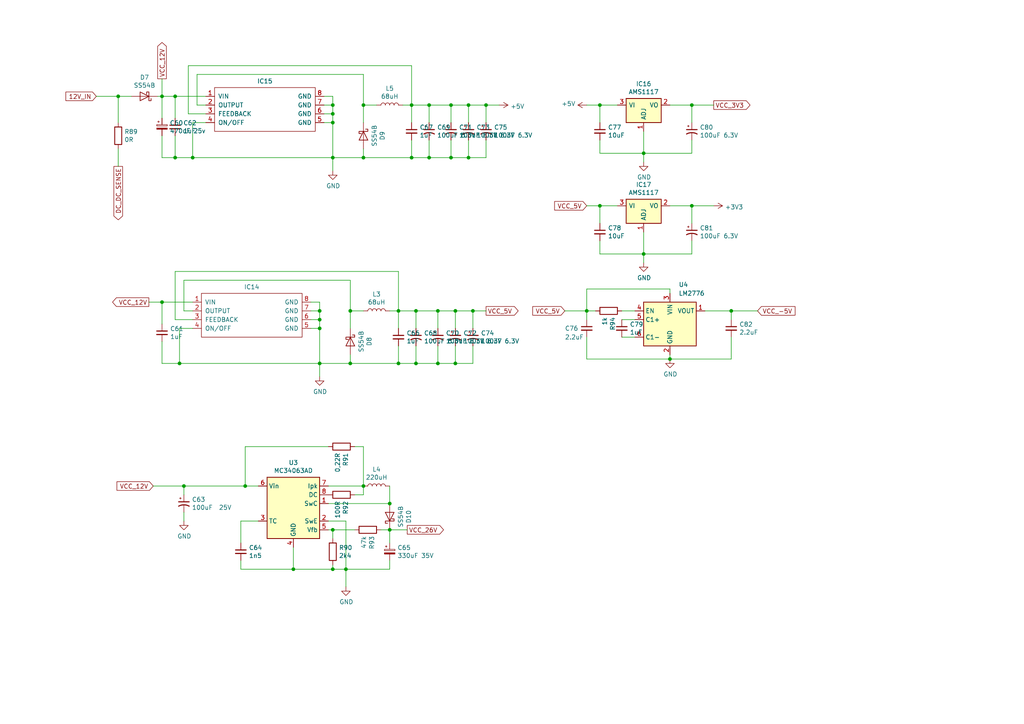
<source format=kicad_sch>
(kicad_sch (version 20211123) (generator eeschema)
  (paper "A4")
  (lib_symbols
    (symbol "auris-rescue:+3.3V-power" (power) (pin_names (offset 0))
      (property "Value" "+3.3V-power" (at 0 3.556 0))
      (symbol "+3.3V-power_0_1"
        (polyline (pts (xy -0.762 1.27) (xy 0 2.54)))
        (polyline (pts (xy 0 0) (xy 0 2.54)))
        (polyline (pts (xy 0 2.54) (xy 0.762 1.27)))
      )
      (symbol "+3.3V-power_1_1"
        (pin power_in line (at 0 0 90) (length 0) hide (name "+3V3") (number "1"))
      )
    )
    (symbol "auris-rescue:AMS1117-Regulator_Linear" (pin_names (offset 0.762))
      (property "Reference" "U" (at -3.81 3.175 0))
      (property "Value" "AMS1117-Regulator_Linear" (at 0 3.175 0))
      (symbol "AMS1117-Regulator_Linear_0_1"
        (rectangle (start -5.08 -5.08) (end 5.08 1.905) (stroke (width 0.254)) (fill (type background)))
      )
      (symbol "AMS1117-Regulator_Linear_1_1"
        (pin input line (at 0 -7.62 90) (length 2.54) (name "ADJ") (number "1"))
        (pin power_out line (at 7.62 0 180) (length 2.54) (name "VO") (number "2"))
        (pin power_in line (at -7.62 0 0) (length 2.54) (name "VI") (number "3"))
      )
    )
    (symbol "auris-rescue:CP1_Small-Device" (pin_numbers hide) (pin_names (offset 0.254) hide)
      (property "Reference" "C" (at 0.254 1.778 0))
      (property "Value" "CP1_Small-Device" (at 0.254 -2.032 0))
      (symbol "CP1_Small-Device_0_1"
        (polyline (pts (xy -1.524 0.508) (xy 1.524 0.508)) (stroke (width 0.3048)))
        (polyline (pts (xy -1.27 1.524) (xy -0.762 1.524)))
        (polyline (pts (xy -1.016 1.27) (xy -1.016 1.778)))
        (arc (start 1.524 -0.762) (mid 0 -0.3734) (end -1.524 -0.762) (stroke (width 0.3048)))
      )
      (symbol "CP1_Small-Device_1_1"
        (pin passive line (at 0 2.54 270) (length 2.032) (name "~") (number "1"))
        (pin passive line (at 0 -2.54 90) (length 2.032) (name "~") (number "2"))
      )
    )
    (symbol "auris-rescue:CP_Small-Device" (pin_numbers hide) (pin_names (offset 0.254) hide)
      (property "Reference" "C" (at 0.254 1.778 0))
      (property "Value" "CP_Small-Device" (at 0.254 -2.032 0))
      (symbol "CP_Small-Device_0_1"
        (rectangle (start -1.524 -0.3048) (end 1.524 -0.6858) (fill (type outline)))
        (rectangle (start -1.524 0.6858) (end 1.524 0.3048))
        (polyline (pts (xy -1.27 1.524) (xy -0.762 1.524)))
        (polyline (pts (xy -1.016 1.27) (xy -1.016 1.778)))
      )
      (symbol "CP_Small-Device_1_1"
        (pin passive line (at 0 2.54 270) (length 1.8542) (name "~") (number "1"))
        (pin passive line (at 0 -2.54 90) (length 1.8542) (name "~") (number "2"))
      )
    )
    (symbol "auris-rescue:C_Small-Device" (pin_numbers hide) (pin_names (offset 0.254) hide)
      (property "Reference" "C" (at 0.254 1.778 0))
      (property "Value" "C_Small-Device" (at 0.254 -2.032 0))
      (symbol "C_Small-Device_0_1"
        (polyline (pts (xy -1.524 -0.508) (xy 1.524 -0.508)) (stroke (width 0.3302)))
        (polyline (pts (xy -1.524 0.508) (xy 1.524 0.508)) (stroke (width 0.3048)))
      )
      (symbol "C_Small-Device_1_1"
        (pin passive line (at 0 2.54 270) (length 2.032) (name "~") (number "1"))
        (pin passive line (at 0 -2.54 90) (length 2.032) (name "~") (number "2"))
      )
    )
    (symbol "auris-rescue:D_Schottky-Device" (pin_numbers hide) (pin_names (offset 1.016) hide)
      (property "Reference" "D" (at 0 2.54 0))
      (property "Value" "D_Schottky-Device" (at 0 -2.54 0))
      (symbol "D_Schottky-Device_0_1"
        (polyline (pts (xy 1.27 0) (xy -1.27 0)))
        (polyline (pts (xy 1.27 1.27) (xy 1.27 -1.27) (xy -1.27 0) (xy 1.27 1.27)) (stroke (width 0.2032)))
        (polyline (pts (xy -1.905 0.635) (xy -1.905 1.27) (xy -1.27 1.27) (xy -1.27 -1.27) (xy -0.635 -1.27) (xy -0.635 -0.635)) (stroke (width 0.2032)))
      )
      (symbol "D_Schottky-Device_1_1"
        (pin passive line (at -3.81 0 0) (length 2.54) (name "K") (number "1"))
        (pin passive line (at 3.81 0 180) (length 2.54) (name "A") (number "2"))
      )
    )
    (symbol "auris-rescue:GND-power" (power) (pin_names (offset 0))
      (property "Value" "GND-power" (at 0 -3.81 0))
      (symbol "GND-power_0_1"
        (polyline (pts (xy 0 0) (xy 0 -1.27) (xy 1.27 -1.27) (xy 0 -2.54) (xy -1.27 -1.27) (xy 0 -1.27)))
      )
      (symbol "GND-power_1_1"
        (pin power_in line (at 0 0 270) (length 0) hide (name "GND") (number "1"))
      )
    )
    (symbol "auris-rescue:L-Device" (pin_numbers hide) (pin_names (offset 1.016) hide)
      (property "Reference" "L" (at -1.27 0 90))
      (property "Value" "L-Device" (at 1.905 0 90))
      (symbol "L-Device_0_1"
        (arc (start 0 -2.54) (mid 0.635 -1.905) (end 0 -1.27))
        (arc (start 0 -1.27) (mid 0.635 -0.635) (end 0 0))
        (arc (start 0 0) (mid 0.635 0.635) (end 0 1.27))
        (arc (start 0 1.27) (mid 0.635 1.905) (end 0 2.54))
      )
      (symbol "L-Device_1_1"
        (pin passive line (at 0 3.81 270) (length 1.27) (name "1") (number "1"))
        (pin passive line (at 0 -3.81 90) (length 1.27) (name "2") (number "2"))
      )
    )
    (symbol "auris-rescue:LM2776-Regulator_SwitchedCapacitor"
      (property "Reference" "U" (at -6.35 6.35 0))
      (property "Value" "LM2776-Regulator_SwitchedCapacitor" (at 1.27 6.35 0))
      (symbol "LM2776-Regulator_SwitchedCapacitor_0_1"
        (rectangle (start -7.62 5.08) (end 7.62 -7.62) (stroke (width 0.254)) (fill (type background)))
      )
      (symbol "LM2776-Regulator_SwitchedCapacitor_1_1"
        (pin power_out line (at 10.16 2.54 180) (length 2.54) (name "VOUT") (number "1"))
        (pin power_in line (at 0 -10.16 90) (length 2.54) (name "GND") (number "2"))
        (pin power_in line (at 0 7.62 270) (length 2.54) (name "VIN") (number "3"))
        (pin input line (at -10.16 2.54 0) (length 2.54) (name "EN") (number "4"))
        (pin passive line (at -10.16 0 0) (length 2.54) (name "C1+") (number "5"))
        (pin passive line (at -10.16 -5.08 0) (length 2.54) (name "C1-") (number "6"))
      )
    )
    (symbol "auris-rescue:MC34063AD-Regulator_Switching"
      (property "Reference" "U" (at -7.62 8.89 0))
      (property "Value" "MC34063AD-Regulator_Switching" (at 0 8.89 0))
      (symbol "MC34063AD-Regulator_Switching_0_1"
        (rectangle (start -7.62 7.62) (end 7.62 -10.16) (stroke (width 0.254)) (fill (type background)))
      )
      (symbol "MC34063AD-Regulator_Switching_1_1"
        (pin open_collector line (at 10.16 0 180) (length 2.54) (name "SwC") (number "1"))
        (pin open_emitter line (at 10.16 -5.08 180) (length 2.54) (name "SwE") (number "2"))
        (pin passive line (at -10.16 -5.08 0) (length 2.54) (name "TC") (number "3"))
        (pin power_in line (at 0 -12.7 90) (length 2.54) (name "GND") (number "4"))
        (pin input line (at 10.16 -7.62 180) (length 2.54) (name "Vfb") (number "5"))
        (pin power_in line (at -10.16 5.08 0) (length 2.54) (name "Vin") (number "6"))
        (pin input line (at 10.16 5.08 180) (length 2.54) (name "Ipk") (number "7"))
        (pin open_collector line (at 10.16 2.54 180) (length 2.54) (name "DC") (number "8"))
      )
    )
    (symbol "auris-rescue:R-Device" (pin_numbers hide) (pin_names (offset 0))
      (property "Reference" "R" (at 2.032 0 90))
      (property "Value" "R-Device" (at 0 0 90))
      (symbol "R-Device_0_1"
        (rectangle (start -1.016 -2.54) (end 1.016 2.54) (stroke (width 0.254)))
      )
      (symbol "R-Device_1_1"
        (pin passive line (at 0 3.81 270) (length 1.27) (name "~") (number "1"))
        (pin passive line (at 0 -3.81 90) (length 1.27) (name "~") (number "2"))
      )
    )
    (symbol "power:+5V" (power) (pin_names (offset 0))
      (property "Value" "+5V" (at 0 3.556 0))
      (symbol "+5V_0_1"
        (polyline (pts (xy -0.762 1.27) (xy 0 2.54)))
        (polyline (pts (xy 0 0) (xy 0 2.54)))
        (polyline (pts (xy 0 2.54) (xy 0.762 1.27)))
      )
      (symbol "+5V_1_1"
        (pin power_in line (at 0 0 90) (length 0) hide (name "+5V") (number "1"))
      )
    )
    (symbol "xl1509-5.0:XL1509-5.0" (pin_names (offset 1.016))
      (property "Reference" "IC" (at 0 0 0))
      (symbol "XL1509-5.0_0_1"
        (rectangle (start 22.86 2.54) (end -6.35 15.24))
      )
      (symbol "XL1509-5.0_1_1"
        (pin power_in line (at -8.89 12.7 0) (length 2.54) (name "VIN") (number "1"))
        (pin output line (at -8.89 10.16 0) (length 2.54) (name "OUTPUT") (number "2"))
        (pin input line (at -8.89 7.62 0) (length 2.54) (name "FEEDBACK") (number "3"))
        (pin input line (at -8.89 5.08 0) (length 2.54) (name "ON/OFF") (number "4"))
        (pin input line (at 25.4 5.08 180) (length 2.54) (name "GND") (number "5"))
        (pin input line (at 25.4 7.62 180) (length 2.54) (name "GND") (number "6"))
        (pin input line (at 25.4 10.16 180) (length 2.54) (name "GND") (number "7"))
        (pin input line (at 25.4 12.7 180) (length 2.54) (name "GND") (number "8"))
      )
    )
  )
  (junction (at 186.69 73.66))
  (junction (at 173.99 59.69))
  (junction (at 105.41 140.97))
  (junction (at 92.71 95.25))
  (junction (at 137.16 90.17))
  (junction (at 34.29 27.94))
  (junction (at 119.38 30.48))
  (junction (at 96.52 165.1))
  (junction (at 212.09 90.17))
  (junction (at 127 105.41))
  (junction (at 101.6 90.17))
  (junction (at 50.8 45.72))
  (junction (at 71.12 140.97))
  (junction (at 124.46 45.72))
  (junction (at 46.99 87.63))
  (junction (at 96.52 35.56))
  (junction (at 135.89 45.72))
  (junction (at 170.18 90.17))
  (junction (at 194.31 104.14))
  (junction (at 52.07 105.41))
  (junction (at 92.71 105.41))
  (junction (at 132.08 90.17))
  (junction (at 101.6 105.41))
  (junction (at 105.41 30.48))
  (junction (at 96.52 33.02))
  (junction (at 119.38 45.72))
  (junction (at 120.65 90.17))
  (junction (at 85.09 165.1))
  (junction (at 115.57 105.41))
  (junction (at 53.34 140.97))
  (junction (at 92.71 92.71))
  (junction (at 124.46 30.48))
  (junction (at 200.66 59.69))
  (junction (at 96.52 45.72))
  (junction (at 113.03 146.05))
  (junction (at 135.89 30.48))
  (junction (at 130.81 45.72))
  (junction (at 186.69 44.45))
  (junction (at 50.8 27.94))
  (junction (at 113.03 153.67))
  (junction (at 173.99 30.48))
  (junction (at 55.88 45.72))
  (junction (at 130.81 30.48))
  (junction (at 127 90.17))
  (junction (at 100.33 165.1))
  (junction (at 46.99 27.94))
  (junction (at 96.52 153.67))
  (junction (at 140.97 30.48))
  (junction (at 105.41 45.72))
  (junction (at 96.52 30.48))
  (junction (at 115.57 90.17))
  (junction (at 120.65 105.41))
  (junction (at 200.66 30.48))
  (junction (at 132.08 105.41))
  (junction (at 92.71 90.17))
  (wire (pts (xy 109.22 30.48) (xy 105.41 30.48)))
  (wire (pts (xy 55.88 90.17) (xy 53.34 90.17)))
  (wire (pts (xy 120.65 100.33) (xy 120.65 105.41)))
  (wire (pts (xy 115.57 78.74) (xy 115.57 90.17)))
  (wire (pts (xy 130.81 30.48) (xy 135.89 30.48)))
  (wire (pts (xy 105.41 30.48) (xy 105.41 35.56)))
  (wire (pts (xy 100.33 165.1) (xy 96.52 165.1)))
  (wire (pts (xy 54.61 19.05) (xy 119.38 19.05)))
  (wire (pts (xy 194.31 85.09) (xy 194.31 83.82)))
  (wire (pts (xy 96.52 163.83) (xy 96.52 165.1)))
  (wire (pts (xy 130.81 40.64) (xy 130.81 45.72)))
  (wire (pts (xy 93.98 27.94) (xy 96.52 27.94)))
  (wire (pts (xy 194.31 30.48) (xy 200.66 30.48)))
  (wire (pts (xy 184.15 97.79) (xy 180.34 97.79)))
  (wire (pts (xy 95.25 146.05) (xy 113.03 146.05)))
  (wire (pts (xy 85.09 165.1) (xy 85.09 158.75)))
  (wire (pts (xy 52.07 95.25) (xy 52.07 105.41)))
  (wire (pts (xy 127 90.17) (xy 127 95.25)))
  (wire (pts (xy 200.66 30.48) (xy 200.66 35.56)))
  (wire (pts (xy 186.69 44.45) (xy 186.69 46.99)))
  (wire (pts (xy 52.07 105.41) (xy 92.71 105.41)))
  (wire (pts (xy 95.25 151.13) (xy 100.33 151.13)))
  (wire (pts (xy 102.87 153.67) (xy 96.52 153.67)))
  (wire (pts (xy 71.12 140.97) (xy 53.34 140.97)))
  (wire (pts (xy 200.66 44.45) (xy 186.69 44.45)))
  (wire (pts (xy 53.34 81.28) (xy 101.6 81.28)))
  (wire (pts (xy 93.98 30.48) (xy 96.52 30.48)))
  (wire (pts (xy 69.85 162.56) (xy 69.85 165.1)))
  (wire (pts (xy 130.81 30.48) (xy 130.81 35.56)))
  (wire (pts (xy 105.41 43.18) (xy 105.41 45.72)))
  (wire (pts (xy 100.33 165.1) (xy 100.33 170.18)))
  (wire (pts (xy 105.41 129.54) (xy 105.41 140.97)))
  (wire (pts (xy 50.8 78.74) (xy 115.57 78.74)))
  (wire (pts (xy 100.33 151.13) (xy 100.33 165.1)))
  (wire (pts (xy 212.09 90.17) (xy 219.71 90.17)))
  (wire (pts (xy 71.12 140.97) (xy 71.12 129.54)))
  (wire (pts (xy 57.15 30.48) (xy 57.15 21.59)))
  (wire (pts (xy 105.41 143.51) (xy 105.41 140.97)))
  (wire (pts (xy 120.65 105.41) (xy 127 105.41)))
  (wire (pts (xy 101.6 81.28) (xy 101.6 90.17)))
  (wire (pts (xy 194.31 59.69) (xy 200.66 59.69)))
  (wire (pts (xy 120.65 90.17) (xy 120.65 95.25)))
  (wire (pts (xy 113.03 153.67) (xy 118.11 153.67)))
  (wire (pts (xy 127 90.17) (xy 132.08 90.17)))
  (wire (pts (xy 212.09 104.14) (xy 194.31 104.14)))
  (wire (pts (xy 50.8 45.72) (xy 55.88 45.72)))
  (wire (pts (xy 55.88 95.25) (xy 52.07 95.25)))
  (wire (pts (xy 96.52 35.56) (xy 96.52 45.72)))
  (wire (pts (xy 194.31 83.82) (xy 170.18 83.82)))
  (wire (pts (xy 194.31 104.14) (xy 170.18 104.14)))
  (wire (pts (xy 119.38 40.64) (xy 119.38 45.72)))
  (wire (pts (xy 93.98 35.56) (xy 96.52 35.56)))
  (wire (pts (xy 172.72 90.17) (xy 170.18 90.17)))
  (wire (pts (xy 53.34 140.97) (xy 44.45 140.97)))
  (wire (pts (xy 46.99 45.72) (xy 50.8 45.72)))
  (wire (pts (xy 115.57 90.17) (xy 120.65 90.17)))
  (wire (pts (xy 170.18 97.79) (xy 170.18 104.14)))
  (wire (pts (xy 74.93 140.97) (xy 71.12 140.97)))
  (wire (pts (xy 46.99 27.94) (xy 46.99 22.86)))
  (wire (pts (xy 115.57 105.41) (xy 120.65 105.41)))
  (wire (pts (xy 101.6 90.17) (xy 101.6 95.25)))
  (wire (pts (xy 100.33 165.1) (xy 113.03 165.1)))
  (wire (pts (xy 212.09 97.79) (xy 212.09 104.14)))
  (wire (pts (xy 92.71 95.25) (xy 92.71 105.41)))
  (wire (pts (xy 96.52 45.72) (xy 105.41 45.72)))
  (wire (pts (xy 69.85 151.13) (xy 69.85 157.48)))
  (wire (pts (xy 95.25 140.97) (xy 105.41 140.97)))
  (wire (pts (xy 186.69 38.1) (xy 186.69 44.45)))
  (wire (pts (xy 113.03 140.97) (xy 113.03 146.05)))
  (wire (pts (xy 105.41 90.17) (xy 101.6 90.17)))
  (wire (pts (xy 120.65 90.17) (xy 127 90.17)))
  (wire (pts (xy 102.87 129.54) (xy 105.41 129.54)))
  (wire (pts (xy 57.15 21.59) (xy 105.41 21.59)))
  (wire (pts (xy 90.17 95.25) (xy 92.71 95.25)))
  (wire (pts (xy 124.46 45.72) (xy 130.81 45.72)))
  (wire (pts (xy 69.85 165.1) (xy 85.09 165.1)))
  (wire (pts (xy 92.71 105.41) (xy 92.71 109.22)))
  (wire (pts (xy 96.52 27.94) (xy 96.52 30.48)))
  (wire (pts (xy 105.41 21.59) (xy 105.41 30.48)))
  (wire (pts (xy 173.99 64.77) (xy 173.99 59.69)))
  (wire (pts (xy 50.8 27.94) (xy 59.69 27.94)))
  (wire (pts (xy 96.52 33.02) (xy 96.52 35.56)))
  (wire (pts (xy 200.66 73.66) (xy 186.69 73.66)))
  (wire (pts (xy 140.97 30.48) (xy 144.78 30.48)))
  (wire (pts (xy 119.38 45.72) (xy 124.46 45.72)))
  (wire (pts (xy 55.88 92.71) (xy 50.8 92.71)))
  (wire (pts (xy 132.08 90.17) (xy 132.08 95.25)))
  (wire (pts (xy 46.99 27.94) (xy 50.8 27.94)))
  (wire (pts (xy 59.69 30.48) (xy 57.15 30.48)))
  (wire (pts (xy 53.34 90.17) (xy 53.34 81.28)))
  (wire (pts (xy 132.08 100.33) (xy 132.08 105.41)))
  (wire (pts (xy 92.71 87.63) (xy 92.71 90.17)))
  (wire (pts (xy 194.31 102.87) (xy 194.31 104.14)))
  (wire (pts (xy 200.66 59.69) (xy 200.66 64.77)))
  (wire (pts (xy 115.57 100.33) (xy 115.57 105.41)))
  (wire (pts (xy 186.69 73.66) (xy 186.69 76.2)))
  (wire (pts (xy 53.34 140.97) (xy 53.34 143.51)))
  (wire (pts (xy 186.69 67.31) (xy 186.69 73.66)))
  (wire (pts (xy 46.99 93.98) (xy 46.99 87.63)))
  (wire (pts (xy 140.97 45.72) (xy 140.97 40.64)))
  (wire (pts (xy 115.57 90.17) (xy 115.57 95.25)))
  (wire (pts (xy 90.17 90.17) (xy 92.71 90.17)))
  (wire (pts (xy 170.18 59.69) (xy 173.99 59.69)))
  (wire (pts (xy 170.18 83.82) (xy 170.18 90.17)))
  (wire (pts (xy 46.99 27.94) (xy 46.99 34.29)))
  (wire (pts (xy 200.66 40.64) (xy 200.66 44.45)))
  (wire (pts (xy 173.99 35.56) (xy 173.99 30.48)))
  (wire (pts (xy 132.08 90.17) (xy 137.16 90.17)))
  (wire (pts (xy 92.71 105.41) (xy 101.6 105.41)))
  (wire (pts (xy 186.69 44.45) (xy 173.99 44.45)))
  (wire (pts (xy 140.97 30.48) (xy 140.97 35.56)))
  (wire (pts (xy 170.18 90.17) (xy 170.18 92.71)))
  (wire (pts (xy 170.18 90.17) (xy 163.83 90.17)))
  (wire (pts (xy 101.6 102.87) (xy 101.6 105.41)))
  (wire (pts (xy 90.17 87.63) (xy 92.71 87.63)))
  (wire (pts (xy 43.18 87.63) (xy 46.99 87.63)))
  (wire (pts (xy 50.8 92.71) (xy 50.8 78.74)))
  (wire (pts (xy 119.38 19.05) (xy 119.38 30.48)))
  (wire (pts (xy 173.99 30.48) (xy 179.07 30.48)))
  (wire (pts (xy 90.17 92.71) (xy 92.71 92.71)))
  (wire (pts (xy 59.69 33.02) (xy 54.61 33.02)))
  (wire (pts (xy 54.61 33.02) (xy 54.61 19.05)))
  (wire (pts (xy 200.66 30.48) (xy 207.01 30.48)))
  (wire (pts (xy 135.89 30.48) (xy 135.89 35.56)))
  (wire (pts (xy 137.16 105.41) (xy 137.16 100.33)))
  (wire (pts (xy 34.29 43.18) (xy 34.29 48.26)))
  (wire (pts (xy 96.52 165.1) (xy 85.09 165.1)))
  (wire (pts (xy 45.72 27.94) (xy 46.99 27.94)))
  (wire (pts (xy 55.88 35.56) (xy 55.88 45.72)))
  (wire (pts (xy 124.46 40.64) (xy 124.46 45.72)))
  (wire (pts (xy 59.69 35.56) (xy 55.88 35.56)))
  (wire (pts (xy 50.8 34.29) (xy 50.8 27.94)))
  (wire (pts (xy 113.03 153.67) (xy 110.49 153.67)))
  (wire (pts (xy 137.16 90.17) (xy 140.97 90.17)))
  (wire (pts (xy 124.46 30.48) (xy 130.81 30.48)))
  (wire (pts (xy 135.89 30.48) (xy 140.97 30.48)))
  (wire (pts (xy 132.08 105.41) (xy 137.16 105.41)))
  (wire (pts (xy 53.34 148.59) (xy 53.34 151.13)))
  (wire (pts (xy 46.99 99.06) (xy 46.99 105.41)))
  (wire (pts (xy 200.66 59.69) (xy 207.01 59.69)))
  (wire (pts (xy 119.38 30.48) (xy 116.84 30.48)))
  (wire (pts (xy 71.12 129.54) (xy 95.25 129.54)))
  (wire (pts (xy 173.99 59.69) (xy 179.07 59.69)))
  (wire (pts (xy 137.16 90.17) (xy 137.16 95.25)))
  (wire (pts (xy 50.8 39.37) (xy 50.8 45.72)))
  (wire (pts (xy 93.98 33.02) (xy 96.52 33.02)))
  (wire (pts (xy 170.18 30.48) (xy 173.99 30.48)))
  (wire (pts (xy 200.66 69.85) (xy 200.66 73.66)))
  (wire (pts (xy 96.52 45.72) (xy 96.52 49.53)))
  (wire (pts (xy 101.6 105.41) (xy 115.57 105.41)))
  (wire (pts (xy 96.52 153.67) (xy 95.25 153.67)))
  (wire (pts (xy 96.52 153.67) (xy 96.52 156.21)))
  (wire (pts (xy 124.46 30.48) (xy 124.46 35.56)))
  (wire (pts (xy 105.41 45.72) (xy 119.38 45.72)))
  (wire (pts (xy 204.47 90.17) (xy 212.09 90.17)))
  (wire (pts (xy 135.89 40.64) (xy 135.89 45.72)))
  (wire (pts (xy 119.38 30.48) (xy 119.38 35.56)))
  (wire (pts (xy 113.03 165.1) (xy 113.03 162.56)))
  (wire (pts (xy 173.99 73.66) (xy 173.99 69.85)))
  (wire (pts (xy 102.87 143.51) (xy 105.41 143.51)))
  (wire (pts (xy 127 100.33) (xy 127 105.41)))
  (wire (pts (xy 96.52 30.48) (xy 96.52 33.02)))
  (wire (pts (xy 46.99 39.37) (xy 46.99 45.72)))
  (wire (pts (xy 212.09 90.17) (xy 212.09 92.71)))
  (wire (pts (xy 184.15 92.71) (xy 180.34 92.71)))
  (wire (pts (xy 119.38 30.48) (xy 124.46 30.48)))
  (wire (pts (xy 173.99 44.45) (xy 173.99 40.64)))
  (wire (pts (xy 55.88 45.72) (xy 96.52 45.72)))
  (wire (pts (xy 113.03 153.67) (xy 113.03 157.48)))
  (wire (pts (xy 184.15 90.17) (xy 180.34 90.17)))
  (wire (pts (xy 130.81 45.72) (xy 135.89 45.72)))
  (wire (pts (xy 46.99 87.63) (xy 55.88 87.63)))
  (wire (pts (xy 115.57 90.17) (xy 113.03 90.17)))
  (wire (pts (xy 92.71 90.17) (xy 92.71 92.71)))
  (wire (pts (xy 92.71 92.71) (xy 92.71 95.25)))
  (wire (pts (xy 74.93 151.13) (xy 69.85 151.13)))
  (wire (pts (xy 46.99 105.41) (xy 52.07 105.41)))
  (wire (pts (xy 135.89 45.72) (xy 140.97 45.72)))
  (wire (pts (xy 127 105.41) (xy 132.08 105.41)))
  (wire (pts (xy 186.69 73.66) (xy 173.99 73.66)))
  (wire (pts (xy 38.1 27.94) (xy 34.29 27.94)))
  (wire (pts (xy 34.29 27.94) (xy 27.94 27.94)))
  (wire (pts (xy 34.29 27.94) (xy 34.29 35.56)))
  (global_label "VCC_5V" (shape output) (at 140.97 90.17 0) (property "Обозначения листов" "${INTERSHEET_REFS}" (effects hide)))
  (global_label "VCC_5V" (shape input) (at 170.18 59.69 180) (property "Обозначения листов" "${INTERSHEET_REFS}" (effects hide)))
  (global_label "VCC_12V" (shape output) (at 43.18 87.63 180) (property "Обозначения листов" "${INTERSHEET_REFS}" (effects hide)))
  (global_label "VCC_26V" (shape output) (at 118.11 153.67 0) (property "Обозначения листов" "${INTERSHEET_REFS}" (effects hide)))
  (global_label "12V_IN" (shape input) (at 27.94 27.94 180) (property "Обозначения листов" "${INTERSHEET_REFS}" (effects hide)))
  (global_label "VCC_12V" (shape input) (at 44.45 140.97 180) (property "Обозначения листов" "${INTERSHEET_REFS}" (effects hide)))
  (global_label "VCC_5V" (shape input) (at 163.83 90.17 180) (property "Обозначения листов" "${INTERSHEET_REFS}" (effects hide)))
  (global_label "VCC_12V" (shape output) (at 46.99 22.86 90) (property "Обозначения листов" "${INTERSHEET_REFS}" (effects hide)))
  (global_label "VCC_3V3" (shape output) (at 207.01 30.48 0) (property "Обозначения листов" "${INTERSHEET_REFS}" (effects hide)))
  (global_label "VCC_-5V" (shape input) (at 219.71 90.17 0) (property "Обозначения листов" "${INTERSHEET_REFS}" (effects hide)))
  (global_label "DC_DC_SENSE" (shape output) (at 34.29 48.26 270) (property "Обозначения листов" "${INTERSHEET_REFS}" (effects hide)))
  (symbol (lib_id "auris-rescue:D_Schottky-Device") (at 113.03 149.86 90) (unit 1)
    (property "Reference" "D10" (at 118.5164 149.86 0))
    (property "Value" "SS54B" (at 116.205 149.86 0))
    (property "Footprint" "Diode_SMD:D_2512_6332Metric_Pad1.52x3.35mm_HandSolder" (effects hide))
  )
  (symbol (lib_id "auris-rescue:D_Schottky-Device") (at 41.91 27.94 180) (unit 1)
    (property "Reference" "D7" (at 41.91 22.4536 0))
    (property "Value" "SS54B" (at 41.91 24.765 0))
    (property "Footprint" "Diode_SMD:D_2512_6332Metric_Pad1.52x3.35mm_HandSolder" (effects hide))
  )
  (symbol (lib_id "auris-rescue:D_Schottky-Device") (at 105.41 39.37 270) (unit 1)
    (property "Reference" "D9" (at 110.8964 39.37 0))
    (property "Value" "SS54B" (at 108.585 39.37 0))
    (property "Footprint" "Diode_SMD:D_2512_6332Metric_Pad1.52x3.35mm_HandSolder" (effects hide))
  )
  (symbol (lib_id "auris-rescue:MC34063AD-Regulator_Switching") (at 85.09 146.05 0) (unit 1)
    (property "Reference" "U3" (at 85.09 134.1882 0))
    (property "Value" "MC34063AD" (at 85.09 136.4996 0))
    (property "Footprint" "Package_SO:SOIC-8_3.9x4.9mm_P1.27mm" (effects hide))
    (property "Datasheet" "http://www.onsemi.com/pub_link/Collateral/MC34063A-D.PDF" (effects hide))
  )
  (symbol (lib_id "auris-rescue:R-Device") (at 99.06 129.54 270) (unit 1)
    (property "Reference" "R91" (at 100.2284 131.318 0) (effects (justify left)))
    (property "Value" "0,22R" (at 97.917 131.318 0) (effects (justify left)))
    (property "Footprint" "Resistor_SMD:R_0805_2012Metric" (effects hide))
  )
  (symbol (lib_id "auris-rescue:R-Device") (at 99.06 143.51 270) (unit 1)
    (property "Reference" "R92" (at 100.2284 145.288 0) (effects (justify left)))
    (property "Value" "100R" (at 97.917 145.288 0) (effects (justify left)))
    (property "Footprint" "Resistor_SMD:R_0805_2012Metric" (effects hide))
  )
  (symbol (lib_id "auris-rescue:R-Device") (at 34.29 39.37 0) (unit 1)
    (property "Reference" "R89" (at 36.068 38.2016 0) (effects (justify left)))
    (property "Value" "0R" (at 36.068 40.513 0) (effects (justify left)))
    (property "Footprint" "Resistor_SMD:R_0805_2012Metric" (effects hide))
  )
  (symbol (lib_id "auris-rescue:R-Device") (at 176.53 90.17 270) (unit 1)
    (property "Reference" "R94" (at 177.6984 91.948 0) (effects (justify left)))
    (property "Value" "1k" (at 175.387 91.948 0) (effects (justify left)))
    (property "Footprint" "Resistor_SMD:R_0805_2012Metric" (effects hide))
  )
  (symbol (lib_id "auris-rescue:R-Device") (at 106.68 153.67 270) (unit 1)
    (property "Reference" "R93" (at 107.8484 155.448 0) (effects (justify left)))
    (property "Value" "47k" (at 105.537 155.448 0) (effects (justify left)))
    (property "Footprint" "Resistor_SMD:R_0805_2012Metric" (effects hide))
  )
  (symbol (lib_id "auris-rescue:R-Device") (at 96.52 160.02 0) (unit 1)
    (property "Reference" "R90" (at 98.298 158.8516 0) (effects (justify left)))
    (property "Value" "2k4" (at 98.298 161.163 0) (effects (justify left)))
    (property "Footprint" "Resistor_SMD:R_0805_2012Metric" (effects hide))
  )
  (symbol (lib_id "auris-rescue:LM2776-Regulator_SwitchedCapacitor") (at 194.31 92.71 0) (unit 1)
    (property "Reference" "U4" (at 196.85 82.55 0) (effects (justify left)))
    (property "Value" "LM2776" (at 196.85 85.09 0) (effects (justify left)))
    (property "Footprint" "Package_TO_SOT_SMD:SOT-23-6" (effects hide))
    (property "Datasheet" "http://www.ti.com/lit/ds/symlink/lm2776.pdf" (effects hide))
  )
  (symbol (lib_id "auris-rescue:AMS1117-Regulator_Linear") (at 186.69 30.48 0) (unit 1)
    (property "Reference" "IC16" (at 186.69 24.3332 0))
    (property "Value" "AMS1117" (at 186.69 26.6446 0))
    (property "Footprint" "Package_TO_SOT_SMD:SOT-223-3_TabPin2" (effects hide))
    (property "Datasheet" "http://www.advanced-monolithic.com/pdf/ds1117.pdf" (effects hide))
  )
  (symbol (lib_id "xl1509-5.0:XL1509-5.0") (at 68.58 40.64 0) (unit 1)
    (property "Reference" "IC15" (at 76.835 23.5458 0))
    (property "Value" "XL1509-5.0" (effects hide))
    (property "Footprint" "Package_SO:SOIC-8_3.9x4.9mm_P1.27mm" (effects hide))
  )
  (symbol (lib_id "auris-rescue:C_Small-Device") (at 69.85 160.02 0) (unit 1)
    (property "Reference" "C64" (at 72.1868 158.8516 0) (effects (justify left)))
    (property "Value" "1n5" (at 72.1868 161.163 0) (effects (justify left)))
    (property "Footprint" "Capacitor_SMD:C_0805_2012Metric" (effects hide))
  )
  (symbol (lib_id "auris-rescue:CP1_Small-Device") (at 53.34 146.05 0) (unit 1)
    (property "Reference" "C63" (at 55.6514 144.8816 0) (effects (justify left)))
    (property "Value" "100uF  25V" (at 55.6514 147.193 0) (effects (justify left)))
    (property "Footprint" "Capacitor_SMD:CP_Elec_6.3x7.7" (effects hide))
  )
  (symbol (lib_id "auris-rescue:GND-power") (at 53.34 151.13 0) (unit 1)
    (property "Reference" "#PWR0183" (effects hide))
    (property "Value" "GND" (at 53.467 155.5242 0))
  )
  (symbol (lib_id "auris-rescue:L-Device") (at 109.22 140.97 90) (unit 1)
    (property "Reference" "L4" (at 109.22 136.144 90))
    (property "Value" "220uH" (at 109.22 138.4554 90))
    (property "Footprint" "Inductor_SMD:L_12x12mm_H8mm" (effects hide))
  )
  (symbol (lib_id "auris-rescue:CP_Small-Device") (at 113.03 160.02 0) (unit 1)
    (property "Reference" "C65" (at 115.2652 158.8516 0) (effects (justify left)))
    (property "Value" "330uF 35V" (at 115.2652 161.163 0) (effects (justify left)))
    (property "Footprint" "Capacitor_SMD:CP_Elec_10x12.5" (effects hide))
  )
  (symbol (lib_id "auris-rescue:GND-power") (at 100.33 170.18 0) (unit 1)
    (property "Reference" "#PWR0184" (effects hide))
    (property "Value" "GND" (at 100.457 174.5742 0))
  )
  (symbol (lib_id "auris-rescue:L-Device") (at 113.03 30.48 90) (unit 1)
    (property "Reference" "L5" (at 113.03 25.654 90))
    (property "Value" "68uH" (at 113.03 27.9654 90))
    (property "Footprint" "Inductor_SMD:L_12x12mm_H8mm" (effects hide))
  )
  (symbol (lib_id "auris-rescue:CP1_Small-Device") (at 124.46 38.1 0) (unit 1)
    (property "Reference" "C69" (at 126.7714 36.9316 0) (effects (justify left)))
    (property "Value" "100uF 6.3V" (at 126.7714 39.243 0) (effects (justify left)))
    (property "Footprint" "Capacitor_Tantalum_SMD:CP_EIA-3528-12_Kemet-T_Pad1.50x2.35mm_HandSolder" (effects hide))
  )
  (symbol (lib_id "auris-rescue:CP1_Small-Device") (at 130.81 38.1 0) (unit 1)
    (property "Reference" "C71" (at 133.1214 36.9316 0) (effects (justify left)))
    (property "Value" "100uF 6.3V" (at 133.1214 39.243 0) (effects (justify left)))
    (property "Footprint" "Capacitor_Tantalum_SMD:CP_EIA-3528-12_Kemet-T_Pad1.50x2.35mm_HandSolder" (effects hide))
  )
  (symbol (lib_id "auris-rescue:CP1_Small-Device") (at 135.89 38.1 0) (unit 1)
    (property "Reference" "C73" (at 138.2014 36.9316 0) (effects (justify left)))
    (property "Value" "100uF 6.3V" (at 138.2014 39.243 0) (effects (justify left)))
    (property "Footprint" "Capacitor_Tantalum_SMD:CP_EIA-3528-12_Kemet-T_Pad1.50x2.35mm_HandSolder" (effects hide))
  )
  (symbol (lib_id "auris-rescue:CP1_Small-Device") (at 140.97 38.1 0) (unit 1)
    (property "Reference" "C75" (at 143.2814 36.9316 0) (effects (justify left)))
    (property "Value" "100uF 6.3V" (at 143.2814 39.243 0) (effects (justify left)))
    (property "Footprint" "Capacitor_Tantalum_SMD:CP_EIA-3528-12_Kemet-T_Pad1.50x2.35mm_HandSolder" (effects hide))
  )
  (symbol (lib_id "auris-rescue:C_Small-Device") (at 119.38 38.1 0) (unit 1)
    (property "Reference" "C67" (at 121.7168 36.9316 0) (effects (justify left)))
    (property "Value" "1uF" (at 121.7168 39.243 0) (effects (justify left)))
    (property "Footprint" "Capacitor_SMD:C_0805_2012Metric" (effects hide))
  )
  (symbol (lib_id "auris-rescue:CP_Small-Device") (at 46.99 36.83 0) (unit 1)
    (property "Reference" "C60" (at 49.2252 35.6616 0) (effects (justify left)))
    (property "Value" "470uF 25v" (at 49.2252 37.973 0) (effects (justify left)))
    (property "Footprint" "Capacitor_SMD:CP_Elec_10x12.6" (effects hide))
  )
  (symbol (lib_id "auris-rescue:C_Small-Device") (at 50.8 36.83 0) (unit 1)
    (property "Reference" "C62" (at 53.1368 35.6616 0) (effects (justify left)))
    (property "Value" "1uF" (at 53.1368 37.973 0) (effects (justify left)))
    (property "Footprint" "Capacitor_SMD:C_0805_2012Metric" (effects hide))
  )
  (symbol (lib_id "auris-rescue:GND-power") (at 96.52 49.53 0) (unit 1)
    (property "Reference" "#PWR0185" (effects hide))
    (property "Value" "GND" (at 96.647 53.9242 0))
  )
  (symbol (lib_id "auris-rescue:GND-power") (at 186.69 46.99 0) (unit 1)
    (property "Reference" "#PWR0186" (effects hide))
    (property "Value" "GND" (at 186.817 51.3842 0))
  )
  (symbol (lib_id "auris-rescue:C_Small-Device") (at 173.99 38.1 0) (unit 1)
    (property "Reference" "C77" (at 176.3268 36.9316 0) (effects (justify left)))
    (property "Value" "10uF" (at 176.3268 39.243 0) (effects (justify left)))
    (property "Footprint" "Capacitor_SMD:C_0805_2012Metric" (effects hide))
  )
  (symbol (lib_id "auris-rescue:CP1_Small-Device") (at 200.66 38.1 0) (unit 1)
    (property "Reference" "C80" (at 202.9714 36.9316 0) (effects (justify left)))
    (property "Value" "100uF 6.3V" (at 202.9714 39.243 0) (effects (justify left)))
    (property "Footprint" "Capacitor_Tantalum_SMD:CP_EIA-3528-12_Kemet-T_Pad1.50x2.35mm_HandSolder" (effects hide))
  )
  (symbol (lib_id "auris-rescue:C_Small-Device") (at 170.18 95.25 0) (unit 1)
    (property "Reference" "C76" (at 163.83 95.25 0) (effects (justify left)))
    (property "Value" "2.2uF" (at 163.83 97.79 0) (effects (justify left)))
    (property "Footprint" "Capacitor_SMD:C_0805_2012Metric" (effects hide))
  )
  (symbol (lib_id "auris-rescue:C_Small-Device") (at 180.34 95.25 0) (unit 1)
    (property "Reference" "C79" (at 182.6768 94.0816 0) (effects (justify left)))
    (property "Value" "1uF" (at 182.6768 96.393 0) (effects (justify left)))
    (property "Footprint" "Capacitor_SMD:C_0805_2012Metric" (effects hide))
  )
  (symbol (lib_id "auris-rescue:C_Small-Device") (at 212.09 95.25 0) (unit 1)
    (property "Reference" "C82" (at 214.4268 94.0816 0) (effects (justify left)))
    (property "Value" "2.2uF" (at 214.4268 96.393 0) (effects (justify left)))
    (property "Footprint" "Capacitor_SMD:C_0805_2012Metric" (effects hide))
  )
  (symbol (lib_id "auris-rescue:GND-power") (at 194.31 104.14 0) (unit 1)
    (property "Reference" "#PWR0187" (effects hide))
    (property "Value" "GND" (at 194.437 108.5342 0))
  )
  (symbol (lib_id "auris-rescue:D_Schottky-Device") (at 101.6 99.06 270) (unit 1)
    (property "Reference" "D8" (at 107.0864 99.06 0))
    (property "Value" "SS54B" (at 104.775 99.06 0))
    (property "Footprint" "Diode_SMD:D_2512_6332Metric_Pad1.52x3.35mm_HandSolder" (effects hide))
  )
  (symbol (lib_id "xl1509-5.0:XL1509-5.0") (at 64.77 100.33 0) (unit 1)
    (property "Reference" "IC14" (at 73.025 83.2358 0))
    (property "Value" "XL1509-5.0" (effects hide))
    (property "Footprint" "Package_SO:SOIC-8_3.9x4.9mm_P1.27mm" (effects hide))
  )
  (symbol (lib_id "auris-rescue:L-Device") (at 109.22 90.17 90) (unit 1)
    (property "Reference" "L3" (at 109.22 85.344 90))
    (property "Value" "68uH" (at 109.22 87.6554 90))
    (property "Footprint" "Inductor_SMD:L_12x12mm_H8mm" (effects hide))
  )
  (symbol (lib_id "auris-rescue:CP1_Small-Device") (at 120.65 97.79 0) (unit 1)
    (property "Reference" "C68" (at 122.9614 96.6216 0) (effects (justify left)))
    (property "Value" "100uF 6.3V" (at 122.9614 98.933 0) (effects (justify left)))
    (property "Footprint" "Capacitor_Tantalum_SMD:CP_EIA-3528-12_Kemet-T_Pad1.50x2.35mm_HandSolder" (effects hide))
  )
  (symbol (lib_id "auris-rescue:C_Small-Device") (at 115.57 97.79 0) (unit 1)
    (property "Reference" "C66" (at 117.9068 96.6216 0) (effects (justify left)))
    (property "Value" "1uF" (at 117.9068 98.933 0) (effects (justify left)))
    (property "Footprint" "Capacitor_SMD:C_0805_2012Metric" (effects hide))
  )
  (symbol (lib_id "auris-rescue:GND-power") (at 92.71 109.22 0) (unit 1)
    (property "Reference" "#PWR0188" (effects hide))
    (property "Value" "GND" (at 92.837 113.6142 0))
  )
  (symbol (lib_id "auris-rescue:C_Small-Device") (at 46.99 96.52 0) (unit 1)
    (property "Reference" "C61" (at 49.3268 95.3516 0) (effects (justify left)))
    (property "Value" "1uF" (at 49.3268 97.663 0) (effects (justify left)))
    (property "Footprint" "Capacitor_SMD:C_0805_2012Metric" (effects hide))
  )
  (symbol (lib_id "auris-rescue:CP1_Small-Device") (at 137.16 97.79 0) (unit 1)
    (property "Reference" "C74" (at 139.4714 96.6216 0) (effects (justify left)))
    (property "Value" "100uF 6.3V" (at 139.4714 98.933 0) (effects (justify left)))
    (property "Footprint" "Capacitor_Tantalum_SMD:CP_EIA-3528-12_Kemet-T_Pad1.50x2.35mm_HandSolder" (effects hide))
  )
  (symbol (lib_id "auris-rescue:CP1_Small-Device") (at 132.08 97.79 0) (unit 1)
    (property "Reference" "C72" (at 134.3914 96.6216 0) (effects (justify left)))
    (property "Value" "100uF 6.3V" (at 134.3914 98.933 0) (effects (justify left)))
    (property "Footprint" "Capacitor_Tantalum_SMD:CP_EIA-3528-12_Kemet-T_Pad1.50x2.35mm_HandSolder" (effects hide))
  )
  (symbol (lib_id "auris-rescue:CP1_Small-Device") (at 127 97.79 0) (unit 1)
    (property "Reference" "C70" (at 129.3114 96.6216 0) (effects (justify left)))
    (property "Value" "100uF 6.3V" (at 129.3114 98.933 0) (effects (justify left)))
    (property "Footprint" "Capacitor_Tantalum_SMD:CP_EIA-3528-12_Kemet-T_Pad1.50x2.35mm_HandSolder" (effects hide))
  )
  (symbol (lib_id "auris-rescue:GND-power") (at 186.69 76.2 0) (unit 1)
    (property "Reference" "#PWR0191" (effects hide))
    (property "Value" "GND" (at 186.817 80.5942 0))
  )
  (symbol (lib_id "auris-rescue:AMS1117-Regulator_Linear") (at 186.69 59.69 0) (unit 1)
    (property "Reference" "IC17" (at 186.69 53.5432 0))
    (property "Value" "AMS1117" (at 186.69 55.8546 0))
    (property "Footprint" "Package_TO_SOT_SMD:SOT-223-3_TabPin2" (effects hide))
    (property "Datasheet" "http://www.advanced-monolithic.com/pdf/ds1117.pdf" (effects hide))
  )
  (symbol (lib_id "auris-rescue:C_Small-Device") (at 173.99 67.31 0) (unit 1)
    (property "Reference" "C78" (at 176.3268 66.1416 0) (effects (justify left)))
    (property "Value" "10uF" (at 176.3268 68.453 0) (effects (justify left)))
    (property "Footprint" "Capacitor_SMD:C_0805_2012Metric" (effects hide))
  )
  (symbol (lib_id "auris-rescue:CP1_Small-Device") (at 200.66 67.31 0) (unit 1)
    (property "Reference" "C81" (at 202.9714 66.1416 0) (effects (justify left)))
    (property "Value" "100uF 6.3V" (at 202.9714 68.453 0) (effects (justify left)))
    (property "Footprint" "Capacitor_Tantalum_SMD:CP_EIA-3528-12_Kemet-T_Pad1.50x2.35mm_HandSolder" (effects hide))
  )
  (symbol (lib_id "auris-rescue:+3.3V-power") (at 207.01 59.69 270) (unit 1)
    (property "Reference" "#PWR0193" (effects hide))
    (property "Value" "+3.3V" (at 210.2612 60.071 90) (effects (justify left)))
  )
  (symbol (lib_id "power:+5V") (at 170.18 30.48 90) (unit 1)
    (property "Reference" "#PWR0189" (effects hide))
    (property "Value" "+5V" (at 166.9288 30.099 90) (effects (justify left)))
  )
  (symbol (lib_id "power:+5V") (at 144.78 30.48 270) (unit 1)
    (property "Reference" "#PWR0190" (effects hide))
    (property "Value" "+5V" (at 148.0312 30.861 90) (effects (justify left)))
  )
)
</source>
